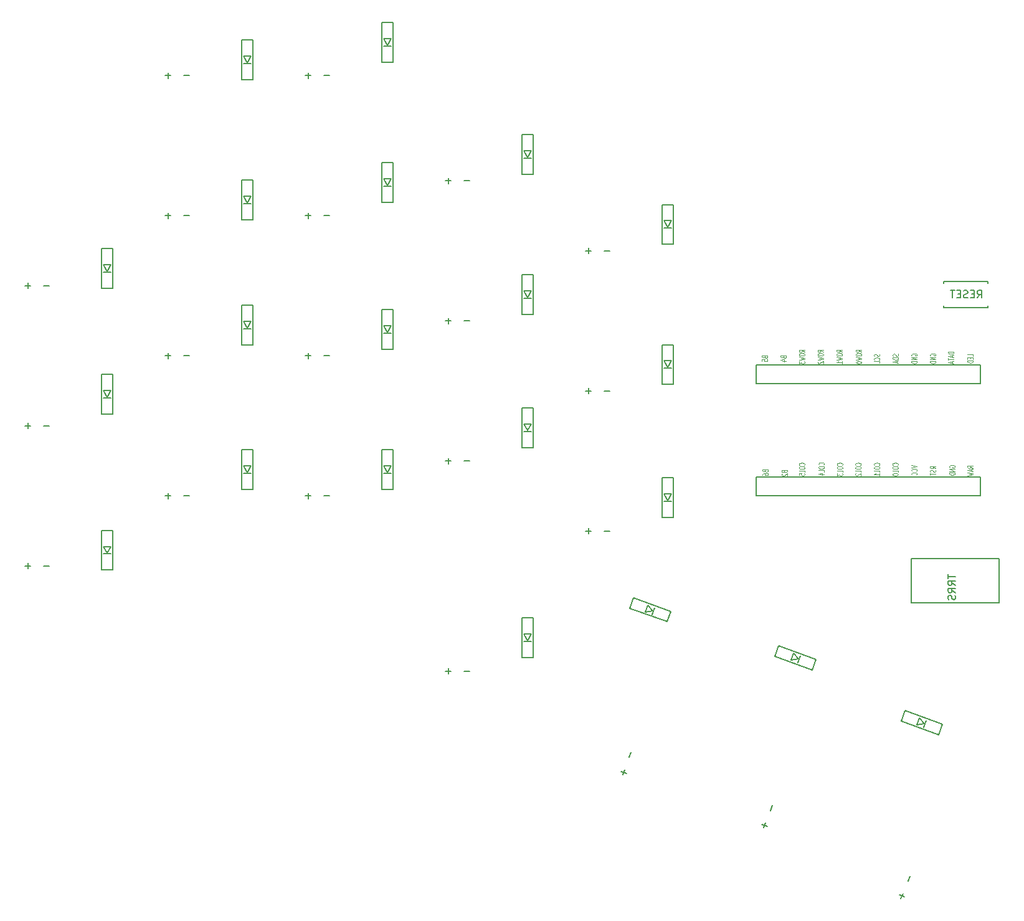
<source format=gbo>
G04 #@! TF.GenerationSoftware,KiCad,Pcbnew,(5.1.5)-2*
G04 #@! TF.CreationDate,2020-11-21T23:22:43+09:00*
G04 #@! TF.ProjectId,42Key,34324b65-792e-46b6-9963-61645f706362,rev?*
G04 #@! TF.SameCoordinates,Original*
G04 #@! TF.FileFunction,Legend,Bot*
G04 #@! TF.FilePolarity,Positive*
%FSLAX46Y46*%
G04 Gerber Fmt 4.6, Leading zero omitted, Abs format (unit mm)*
G04 Created by KiCad (PCBNEW (5.1.5)-2) date 2020-11-21 23:22:43*
%MOMM*%
%LPD*%
G04 APERTURE LIST*
%ADD10C,0.150000*%
%ADD11C,0.125000*%
G04 APERTURE END LIST*
D10*
X37075000Y-56590000D02*
X36575000Y-55690000D01*
X36575000Y-55690000D02*
X37575000Y-55690000D01*
X37575000Y-55690000D02*
X37075000Y-56590000D01*
X36575000Y-56690000D02*
X37575000Y-56690000D01*
X36325000Y-53490000D02*
X36325000Y-58890000D01*
X36325000Y-58890000D02*
X37825000Y-58890000D01*
X37825000Y-58890000D02*
X37825000Y-53490000D01*
X37825000Y-53490000D02*
X36325000Y-53490000D01*
X37100000Y-73680000D02*
X36600000Y-72780000D01*
X36600000Y-72780000D02*
X37600000Y-72780000D01*
X37600000Y-72780000D02*
X37100000Y-73680000D01*
X36600000Y-73780000D02*
X37600000Y-73780000D01*
X36350000Y-70580000D02*
X36350000Y-75980000D01*
X36350000Y-75980000D02*
X37850000Y-75980000D01*
X37850000Y-75980000D02*
X37850000Y-70580000D01*
X37850000Y-70580000D02*
X36350000Y-70580000D01*
X37075000Y-94908750D02*
X36575000Y-94008750D01*
X36575000Y-94008750D02*
X37575000Y-94008750D01*
X37575000Y-94008750D02*
X37075000Y-94908750D01*
X36575000Y-95008750D02*
X37575000Y-95008750D01*
X36325000Y-91808750D02*
X36325000Y-97208750D01*
X36325000Y-97208750D02*
X37825000Y-97208750D01*
X37825000Y-97208750D02*
X37825000Y-91808750D01*
X37825000Y-91808750D02*
X36325000Y-91808750D01*
X56875000Y-25133750D02*
X55375000Y-25133750D01*
X56875000Y-30533750D02*
X56875000Y-25133750D01*
X55375000Y-30533750D02*
X56875000Y-30533750D01*
X55375000Y-25133750D02*
X55375000Y-30533750D01*
X55625000Y-28333750D02*
X56625000Y-28333750D01*
X56625000Y-27333750D02*
X56125000Y-28233750D01*
X55625000Y-27333750D02*
X56625000Y-27333750D01*
X56125000Y-28233750D02*
X55625000Y-27333750D01*
X56125000Y-47283750D02*
X55625000Y-46383750D01*
X55625000Y-46383750D02*
X56625000Y-46383750D01*
X56625000Y-46383750D02*
X56125000Y-47283750D01*
X55625000Y-47383750D02*
X56625000Y-47383750D01*
X55375000Y-44183750D02*
X55375000Y-49583750D01*
X55375000Y-49583750D02*
X56875000Y-49583750D01*
X56875000Y-49583750D02*
X56875000Y-44183750D01*
X56875000Y-44183750D02*
X55375000Y-44183750D01*
X56875000Y-61198750D02*
X55375000Y-61198750D01*
X56875000Y-66598750D02*
X56875000Y-61198750D01*
X55375000Y-66598750D02*
X56875000Y-66598750D01*
X55375000Y-61198750D02*
X55375000Y-66598750D01*
X55625000Y-64398750D02*
X56625000Y-64398750D01*
X56625000Y-63398750D02*
X56125000Y-64298750D01*
X55625000Y-63398750D02*
X56625000Y-63398750D01*
X56125000Y-64298750D02*
X55625000Y-63398750D01*
X56875000Y-80855000D02*
X55375000Y-80855000D01*
X56875000Y-86255000D02*
X56875000Y-80855000D01*
X55375000Y-86255000D02*
X56875000Y-86255000D01*
X55375000Y-80855000D02*
X55375000Y-86255000D01*
X55625000Y-84055000D02*
X56625000Y-84055000D01*
X56625000Y-83055000D02*
X56125000Y-83955000D01*
X55625000Y-83055000D02*
X56625000Y-83055000D01*
X56125000Y-83955000D02*
X55625000Y-83055000D01*
X75175000Y-25852500D02*
X74675000Y-24952500D01*
X74675000Y-24952500D02*
X75675000Y-24952500D01*
X75675000Y-24952500D02*
X75175000Y-25852500D01*
X74675000Y-25952500D02*
X75675000Y-25952500D01*
X74425000Y-22752500D02*
X74425000Y-28152500D01*
X74425000Y-28152500D02*
X75925000Y-28152500D01*
X75925000Y-28152500D02*
X75925000Y-22752500D01*
X75925000Y-22752500D02*
X74425000Y-22752500D01*
X75175000Y-44902500D02*
X74675000Y-44002500D01*
X74675000Y-44002500D02*
X75675000Y-44002500D01*
X75675000Y-44002500D02*
X75175000Y-44902500D01*
X74675000Y-45002500D02*
X75675000Y-45002500D01*
X74425000Y-41802500D02*
X74425000Y-47202500D01*
X74425000Y-47202500D02*
X75925000Y-47202500D01*
X75925000Y-47202500D02*
X75925000Y-41802500D01*
X75925000Y-41802500D02*
X74425000Y-41802500D01*
X75175000Y-64905000D02*
X74675000Y-64005000D01*
X74675000Y-64005000D02*
X75675000Y-64005000D01*
X75675000Y-64005000D02*
X75175000Y-64905000D01*
X74675000Y-65005000D02*
X75675000Y-65005000D01*
X74425000Y-61805000D02*
X74425000Y-67205000D01*
X74425000Y-67205000D02*
X75925000Y-67205000D01*
X75925000Y-67205000D02*
X75925000Y-61805000D01*
X75925000Y-61805000D02*
X74425000Y-61805000D01*
X75175000Y-83955000D02*
X74675000Y-83055000D01*
X74675000Y-83055000D02*
X75675000Y-83055000D01*
X75675000Y-83055000D02*
X75175000Y-83955000D01*
X74675000Y-84055000D02*
X75675000Y-84055000D01*
X74425000Y-80855000D02*
X74425000Y-86255000D01*
X74425000Y-86255000D02*
X75925000Y-86255000D01*
X75925000Y-86255000D02*
X75925000Y-80855000D01*
X75925000Y-80855000D02*
X74425000Y-80855000D01*
X94975000Y-37992500D02*
X93475000Y-37992500D01*
X94975000Y-43392500D02*
X94975000Y-37992500D01*
X93475000Y-43392500D02*
X94975000Y-43392500D01*
X93475000Y-37992500D02*
X93475000Y-43392500D01*
X93725000Y-41192500D02*
X94725000Y-41192500D01*
X94725000Y-40192500D02*
X94225000Y-41092500D01*
X93725000Y-40192500D02*
X94725000Y-40192500D01*
X94225000Y-41092500D02*
X93725000Y-40192500D01*
X94975000Y-57042500D02*
X93475000Y-57042500D01*
X94975000Y-62442500D02*
X94975000Y-57042500D01*
X93475000Y-62442500D02*
X94975000Y-62442500D01*
X93475000Y-57042500D02*
X93475000Y-62442500D01*
X93725000Y-60242500D02*
X94725000Y-60242500D01*
X94725000Y-59242500D02*
X94225000Y-60142500D01*
X93725000Y-59242500D02*
X94725000Y-59242500D01*
X94225000Y-60142500D02*
X93725000Y-59242500D01*
X94975000Y-75140000D02*
X93475000Y-75140000D01*
X94975000Y-80540000D02*
X94975000Y-75140000D01*
X93475000Y-80540000D02*
X94975000Y-80540000D01*
X93475000Y-75140000D02*
X93475000Y-80540000D01*
X93725000Y-78340000D02*
X94725000Y-78340000D01*
X94725000Y-77340000D02*
X94225000Y-78240000D01*
X93725000Y-77340000D02*
X94725000Y-77340000D01*
X94225000Y-78240000D02*
X93725000Y-77340000D01*
X113275000Y-50617500D02*
X112775000Y-49717500D01*
X112775000Y-49717500D02*
X113775000Y-49717500D01*
X113775000Y-49717500D02*
X113275000Y-50617500D01*
X112775000Y-50717500D02*
X113775000Y-50717500D01*
X112525000Y-47517500D02*
X112525000Y-52917500D01*
X112525000Y-52917500D02*
X114025000Y-52917500D01*
X114025000Y-52917500D02*
X114025000Y-47517500D01*
X114025000Y-47517500D02*
X112525000Y-47517500D01*
X113275000Y-69667500D02*
X112775000Y-68767500D01*
X112775000Y-68767500D02*
X113775000Y-68767500D01*
X113775000Y-68767500D02*
X113275000Y-69667500D01*
X112775000Y-69767500D02*
X113775000Y-69767500D01*
X112525000Y-66567500D02*
X112525000Y-71967500D01*
X112525000Y-71967500D02*
X114025000Y-71967500D01*
X114025000Y-71967500D02*
X114025000Y-66567500D01*
X114025000Y-66567500D02*
X112525000Y-66567500D01*
X113275000Y-87765000D02*
X112775000Y-86865000D01*
X112775000Y-86865000D02*
X113775000Y-86865000D01*
X113775000Y-86865000D02*
X113275000Y-87765000D01*
X112775000Y-87865000D02*
X113775000Y-87865000D01*
X112525000Y-84665000D02*
X112525000Y-90065000D01*
X112525000Y-90065000D02*
X114025000Y-90065000D01*
X114025000Y-90065000D02*
X114025000Y-84665000D01*
X114025000Y-84665000D02*
X112525000Y-84665000D01*
X94975000Y-103715000D02*
X93475000Y-103715000D01*
X94975000Y-109115000D02*
X94975000Y-103715000D01*
X93475000Y-109115000D02*
X94975000Y-109115000D01*
X93475000Y-103715000D02*
X93475000Y-109115000D01*
X93725000Y-106915000D02*
X94725000Y-106915000D01*
X94725000Y-105915000D02*
X94225000Y-106815000D01*
X93725000Y-105915000D02*
X94725000Y-105915000D01*
X94225000Y-106815000D02*
X93725000Y-105915000D01*
X108613095Y-100976776D02*
X108100065Y-102386315D01*
X113687435Y-102823685D02*
X108613095Y-100976776D01*
X113174405Y-104233224D02*
X113687435Y-102823685D01*
X108100065Y-102386315D02*
X113174405Y-104233224D01*
X111192586Y-103245856D02*
X111534606Y-102306164D01*
X110594914Y-101964144D02*
X111269627Y-102741808D01*
X110252894Y-102903836D02*
X110594914Y-101964144D01*
X111269627Y-102741808D02*
X110252894Y-102903836D01*
X128376391Y-107513440D02*
X127863361Y-108922979D01*
X133450731Y-109360349D02*
X128376391Y-107513440D01*
X132937701Y-110769888D02*
X133450731Y-109360349D01*
X127863361Y-108922979D02*
X132937701Y-110769888D01*
X130955882Y-109782520D02*
X131297902Y-108842828D01*
X130358210Y-108500808D02*
X131032923Y-109278472D01*
X130016190Y-109440500D02*
X130358210Y-108500808D01*
X131032923Y-109278472D02*
X130016190Y-109440500D01*
X145514116Y-116342429D02*
X145001086Y-117751968D01*
X150588456Y-118189338D02*
X145514116Y-116342429D01*
X150075426Y-119598877D02*
X150588456Y-118189338D01*
X145001086Y-117751968D02*
X150075426Y-119598877D01*
X148093607Y-118611509D02*
X148435627Y-117671817D01*
X147495935Y-117329797D02*
X148170648Y-118107461D01*
X147153915Y-118269489D02*
X147495935Y-117329797D01*
X148170648Y-118107461D02*
X147153915Y-118269489D01*
X146350000Y-95640000D02*
X158350000Y-95640000D01*
X146350000Y-101640000D02*
X146350000Y-95640000D01*
X158350000Y-101640000D02*
X146350000Y-101640000D01*
X158350000Y-95640000D02*
X158350000Y-101640000D01*
X156756250Y-61242500D02*
X156756250Y-61492500D01*
X156756250Y-61492500D02*
X150756250Y-61492500D01*
X150756250Y-61492500D02*
X150756250Y-61242500D01*
X150756250Y-58242500D02*
X150756250Y-57992500D01*
X150756250Y-57992500D02*
X156756250Y-57992500D01*
X156756250Y-57992500D02*
X156756250Y-58242500D01*
X155778000Y-84570000D02*
X155778000Y-87110000D01*
X155778000Y-87110000D02*
X125298000Y-87110000D01*
X125298000Y-87110000D02*
X125298000Y-84570000D01*
X125298000Y-84570000D02*
X155778000Y-84570000D01*
X155778000Y-69330000D02*
X155778000Y-71870000D01*
X155778000Y-71870000D02*
X125298000Y-71870000D01*
X125298000Y-71870000D02*
X125298000Y-69330000D01*
X125298000Y-69330000D02*
X155778000Y-69330000D01*
X146209828Y-138807144D02*
X145924414Y-139513570D01*
X145258327Y-141162191D02*
X144972913Y-141868617D01*
X145468833Y-141658111D02*
X144762407Y-141372697D01*
X151388880Y-97802595D02*
X151388880Y-98374023D01*
X152388880Y-98088309D02*
X151388880Y-98088309D01*
X152388880Y-99278785D02*
X151912690Y-98945452D01*
X152388880Y-98707357D02*
X151388880Y-98707357D01*
X151388880Y-99088309D01*
X151436500Y-99183547D01*
X151484119Y-99231166D01*
X151579357Y-99278785D01*
X151722214Y-99278785D01*
X151817452Y-99231166D01*
X151865071Y-99183547D01*
X151912690Y-99088309D01*
X151912690Y-98707357D01*
X152388880Y-100278785D02*
X151912690Y-99945452D01*
X152388880Y-99707357D02*
X151388880Y-99707357D01*
X151388880Y-100088309D01*
X151436500Y-100183547D01*
X151484119Y-100231166D01*
X151579357Y-100278785D01*
X151722214Y-100278785D01*
X151817452Y-100231166D01*
X151865071Y-100183547D01*
X151912690Y-100088309D01*
X151912690Y-99707357D01*
X152341261Y-100659738D02*
X152388880Y-100802595D01*
X152388880Y-101040690D01*
X152341261Y-101135928D01*
X152293642Y-101183547D01*
X152198404Y-101231166D01*
X152103166Y-101231166D01*
X152007928Y-101183547D01*
X151960309Y-101135928D01*
X151912690Y-101040690D01*
X151865071Y-100850214D01*
X151817452Y-100754976D01*
X151769833Y-100707357D01*
X151674595Y-100659738D01*
X151579357Y-100659738D01*
X151484119Y-100707357D01*
X151436500Y-100754976D01*
X151388880Y-100850214D01*
X151388880Y-101088309D01*
X151436500Y-101231166D01*
X155335630Y-60194880D02*
X155668964Y-59718690D01*
X155907059Y-60194880D02*
X155907059Y-59194880D01*
X155526107Y-59194880D01*
X155430869Y-59242500D01*
X155383250Y-59290119D01*
X155335630Y-59385357D01*
X155335630Y-59528214D01*
X155383250Y-59623452D01*
X155430869Y-59671071D01*
X155526107Y-59718690D01*
X155907059Y-59718690D01*
X154907059Y-59671071D02*
X154573726Y-59671071D01*
X154430869Y-60194880D02*
X154907059Y-60194880D01*
X154907059Y-59194880D01*
X154430869Y-59194880D01*
X154049916Y-60147261D02*
X153907059Y-60194880D01*
X153668964Y-60194880D01*
X153573726Y-60147261D01*
X153526107Y-60099642D01*
X153478488Y-60004404D01*
X153478488Y-59909166D01*
X153526107Y-59813928D01*
X153573726Y-59766309D01*
X153668964Y-59718690D01*
X153859440Y-59671071D01*
X153954678Y-59623452D01*
X154002297Y-59575833D01*
X154049916Y-59480595D01*
X154049916Y-59385357D01*
X154002297Y-59290119D01*
X153954678Y-59242500D01*
X153859440Y-59194880D01*
X153621345Y-59194880D01*
X153478488Y-59242500D01*
X153049916Y-59671071D02*
X152716583Y-59671071D01*
X152573726Y-60194880D02*
X153049916Y-60194880D01*
X153049916Y-59194880D01*
X152573726Y-59194880D01*
X152288011Y-59194880D02*
X151716583Y-59194880D01*
X152002297Y-60194880D02*
X152002297Y-59194880D01*
X29190952Y-58551428D02*
X28429047Y-58551428D01*
X26660952Y-58551428D02*
X25899047Y-58551428D01*
X26280000Y-58932380D02*
X26280000Y-58170476D01*
X29190952Y-77601428D02*
X28429047Y-77601428D01*
X26660952Y-77601428D02*
X25899047Y-77601428D01*
X26280000Y-77982380D02*
X26280000Y-77220476D01*
X29190952Y-96651428D02*
X28429047Y-96651428D01*
X26660952Y-96651428D02*
X25899047Y-96651428D01*
X26280000Y-97032380D02*
X26280000Y-96270476D01*
X45710952Y-29976428D02*
X44949047Y-29976428D01*
X45330000Y-30357380D02*
X45330000Y-29595476D01*
X48240952Y-29976428D02*
X47479047Y-29976428D01*
X45710952Y-49026428D02*
X44949047Y-49026428D01*
X45330000Y-49407380D02*
X45330000Y-48645476D01*
X48240952Y-49026428D02*
X47479047Y-49026428D01*
X48240952Y-68076428D02*
X47479047Y-68076428D01*
X45710952Y-68076428D02*
X44949047Y-68076428D01*
X45330000Y-68457380D02*
X45330000Y-67695476D01*
X48240952Y-87126428D02*
X47479047Y-87126428D01*
X45710952Y-87126428D02*
X44949047Y-87126428D01*
X45330000Y-87507380D02*
X45330000Y-86745476D01*
X64760952Y-29976428D02*
X63999047Y-29976428D01*
X64380000Y-30357380D02*
X64380000Y-29595476D01*
X67290952Y-29976428D02*
X66529047Y-29976428D01*
X64760952Y-49026428D02*
X63999047Y-49026428D01*
X64380000Y-49407380D02*
X64380000Y-48645476D01*
X67290952Y-49026428D02*
X66529047Y-49026428D01*
X67290952Y-68076428D02*
X66529047Y-68076428D01*
X64760952Y-68076428D02*
X63999047Y-68076428D01*
X64380000Y-68457380D02*
X64380000Y-67695476D01*
X67290952Y-87126428D02*
X66529047Y-87126428D01*
X64760952Y-87126428D02*
X63999047Y-87126428D01*
X64380000Y-87507380D02*
X64380000Y-86745476D01*
X83810952Y-44263928D02*
X83049047Y-44263928D01*
X83430000Y-44644880D02*
X83430000Y-43882976D01*
X86340952Y-44263928D02*
X85579047Y-44263928D01*
X83810952Y-63313928D02*
X83049047Y-63313928D01*
X83430000Y-63694880D02*
X83430000Y-62932976D01*
X86340952Y-63313928D02*
X85579047Y-63313928D01*
X86340952Y-82363928D02*
X85579047Y-82363928D01*
X83810952Y-82363928D02*
X83049047Y-82363928D01*
X83430000Y-82744880D02*
X83430000Y-81982976D01*
X102860952Y-53788928D02*
X102099047Y-53788928D01*
X102480000Y-54169880D02*
X102480000Y-53407976D01*
X105390952Y-53788928D02*
X104629047Y-53788928D01*
X105390952Y-72838928D02*
X104629047Y-72838928D01*
X102860952Y-72838928D02*
X102099047Y-72838928D01*
X102480000Y-73219880D02*
X102480000Y-72457976D01*
X102860952Y-91888928D02*
X102099047Y-91888928D01*
X102480000Y-92269880D02*
X102480000Y-91507976D01*
X105390952Y-91888928D02*
X104629047Y-91888928D01*
X83810952Y-110938928D02*
X83049047Y-110938928D01*
X83430000Y-111319880D02*
X83430000Y-110557976D01*
X86340952Y-110938928D02*
X85579047Y-110938928D01*
X107421973Y-124346931D02*
X107161386Y-125062888D01*
X107649658Y-124835203D02*
X106933701Y-124574616D01*
X108290704Y-121960112D02*
X108030117Y-122676069D01*
X126578327Y-131552191D02*
X126292913Y-132258617D01*
X126788833Y-132048111D02*
X126082407Y-131762697D01*
X127529828Y-129197144D02*
X127244414Y-129903570D01*
D11*
X154783785Y-83335761D02*
X154426642Y-83169095D01*
X154783785Y-83050047D02*
X154033785Y-83050047D01*
X154033785Y-83240523D01*
X154069500Y-83288142D01*
X154105214Y-83311952D01*
X154176642Y-83335761D01*
X154283785Y-83335761D01*
X154355214Y-83311952D01*
X154390928Y-83288142D01*
X154426642Y-83240523D01*
X154426642Y-83050047D01*
X154569500Y-83526238D02*
X154569500Y-83764333D01*
X154783785Y-83478619D02*
X154033785Y-83645285D01*
X154783785Y-83811952D01*
X154033785Y-83931000D02*
X154783785Y-84050047D01*
X154248071Y-84145285D01*
X154783785Y-84240523D01*
X154033785Y-84359571D01*
X154783785Y-68119571D02*
X154783785Y-67881476D01*
X154033785Y-67881476D01*
X154390928Y-68286238D02*
X154390928Y-68452904D01*
X154783785Y-68524333D02*
X154783785Y-68286238D01*
X154033785Y-68286238D01*
X154033785Y-68524333D01*
X154783785Y-68738619D02*
X154033785Y-68738619D01*
X154033785Y-68857666D01*
X154069500Y-68929095D01*
X154140928Y-68976714D01*
X154212357Y-69000523D01*
X154355214Y-69024333D01*
X154462357Y-69024333D01*
X154605214Y-69000523D01*
X154676642Y-68976714D01*
X154748071Y-68929095D01*
X154783785Y-68857666D01*
X154783785Y-68738619D01*
X151593000Y-83236547D02*
X151557285Y-83188928D01*
X151557285Y-83117500D01*
X151593000Y-83046071D01*
X151664428Y-82998452D01*
X151735857Y-82974642D01*
X151878714Y-82950833D01*
X151985857Y-82950833D01*
X152128714Y-82974642D01*
X152200142Y-82998452D01*
X152271571Y-83046071D01*
X152307285Y-83117500D01*
X152307285Y-83165119D01*
X152271571Y-83236547D01*
X152235857Y-83260357D01*
X151985857Y-83260357D01*
X151985857Y-83165119D01*
X152307285Y-83474642D02*
X151557285Y-83474642D01*
X152307285Y-83760357D01*
X151557285Y-83760357D01*
X152307285Y-83998452D02*
X151557285Y-83998452D01*
X151557285Y-84117500D01*
X151593000Y-84188928D01*
X151664428Y-84236547D01*
X151735857Y-84260357D01*
X151878714Y-84284166D01*
X151985857Y-84284166D01*
X152128714Y-84260357D01*
X152200142Y-84236547D01*
X152271571Y-84188928D01*
X152307285Y-84117500D01*
X152307285Y-83998452D01*
X152139285Y-67540000D02*
X151389285Y-67540000D01*
X151389285Y-67659047D01*
X151425000Y-67730476D01*
X151496428Y-67778095D01*
X151567857Y-67801904D01*
X151710714Y-67825714D01*
X151817857Y-67825714D01*
X151960714Y-67801904D01*
X152032142Y-67778095D01*
X152103571Y-67730476D01*
X152139285Y-67659047D01*
X152139285Y-67540000D01*
X151925000Y-68016190D02*
X151925000Y-68254285D01*
X152139285Y-67968571D02*
X151389285Y-68135238D01*
X152139285Y-68301904D01*
X151389285Y-68397142D02*
X151389285Y-68682857D01*
X152139285Y-68540000D02*
X151389285Y-68540000D01*
X151925000Y-68825714D02*
X151925000Y-69063809D01*
X152139285Y-68778095D02*
X151389285Y-68944761D01*
X152139285Y-69111428D01*
X149703785Y-83407190D02*
X149346642Y-83240523D01*
X149703785Y-83121476D02*
X148953785Y-83121476D01*
X148953785Y-83311952D01*
X148989500Y-83359571D01*
X149025214Y-83383380D01*
X149096642Y-83407190D01*
X149203785Y-83407190D01*
X149275214Y-83383380D01*
X149310928Y-83359571D01*
X149346642Y-83311952D01*
X149346642Y-83121476D01*
X149668071Y-83597666D02*
X149703785Y-83669095D01*
X149703785Y-83788142D01*
X149668071Y-83835761D01*
X149632357Y-83859571D01*
X149560928Y-83883380D01*
X149489500Y-83883380D01*
X149418071Y-83859571D01*
X149382357Y-83835761D01*
X149346642Y-83788142D01*
X149310928Y-83692904D01*
X149275214Y-83645285D01*
X149239500Y-83621476D01*
X149168071Y-83597666D01*
X149096642Y-83597666D01*
X149025214Y-83621476D01*
X148989500Y-83645285D01*
X148953785Y-83692904D01*
X148953785Y-83811952D01*
X148989500Y-83883380D01*
X148953785Y-84026238D02*
X148953785Y-84311952D01*
X149703785Y-84169095D02*
X148953785Y-84169095D01*
X148989500Y-68060047D02*
X148953785Y-68012428D01*
X148953785Y-67941000D01*
X148989500Y-67869571D01*
X149060928Y-67821952D01*
X149132357Y-67798142D01*
X149275214Y-67774333D01*
X149382357Y-67774333D01*
X149525214Y-67798142D01*
X149596642Y-67821952D01*
X149668071Y-67869571D01*
X149703785Y-67941000D01*
X149703785Y-67988619D01*
X149668071Y-68060047D01*
X149632357Y-68083857D01*
X149382357Y-68083857D01*
X149382357Y-67988619D01*
X149703785Y-68298142D02*
X148953785Y-68298142D01*
X149703785Y-68583857D01*
X148953785Y-68583857D01*
X149703785Y-68821952D02*
X148953785Y-68821952D01*
X148953785Y-68941000D01*
X148989500Y-69012428D01*
X149060928Y-69060047D01*
X149132357Y-69083857D01*
X149275214Y-69107666D01*
X149382357Y-69107666D01*
X149525214Y-69083857D01*
X149596642Y-69060047D01*
X149668071Y-69012428D01*
X149703785Y-68941000D01*
X149703785Y-68821952D01*
X146413785Y-82950833D02*
X147163785Y-83117500D01*
X146413785Y-83284166D01*
X147092357Y-83736547D02*
X147128071Y-83712738D01*
X147163785Y-83641309D01*
X147163785Y-83593690D01*
X147128071Y-83522261D01*
X147056642Y-83474642D01*
X146985214Y-83450833D01*
X146842357Y-83427023D01*
X146735214Y-83427023D01*
X146592357Y-83450833D01*
X146520928Y-83474642D01*
X146449500Y-83522261D01*
X146413785Y-83593690D01*
X146413785Y-83641309D01*
X146449500Y-83712738D01*
X146485214Y-83736547D01*
X147092357Y-84236547D02*
X147128071Y-84212738D01*
X147163785Y-84141309D01*
X147163785Y-84093690D01*
X147128071Y-84022261D01*
X147056642Y-83974642D01*
X146985214Y-83950833D01*
X146842357Y-83927023D01*
X146735214Y-83927023D01*
X146592357Y-83950833D01*
X146520928Y-83974642D01*
X146449500Y-84022261D01*
X146413785Y-84093690D01*
X146413785Y-84141309D01*
X146449500Y-84212738D01*
X146485214Y-84236547D01*
X146449500Y-68060047D02*
X146413785Y-68012428D01*
X146413785Y-67941000D01*
X146449500Y-67869571D01*
X146520928Y-67821952D01*
X146592357Y-67798142D01*
X146735214Y-67774333D01*
X146842357Y-67774333D01*
X146985214Y-67798142D01*
X147056642Y-67821952D01*
X147128071Y-67869571D01*
X147163785Y-67941000D01*
X147163785Y-67988619D01*
X147128071Y-68060047D01*
X147092357Y-68083857D01*
X146842357Y-68083857D01*
X146842357Y-67988619D01*
X147163785Y-68298142D02*
X146413785Y-68298142D01*
X147163785Y-68583857D01*
X146413785Y-68583857D01*
X147163785Y-68821952D02*
X146413785Y-68821952D01*
X146413785Y-68941000D01*
X146449500Y-69012428D01*
X146520928Y-69060047D01*
X146592357Y-69083857D01*
X146735214Y-69107666D01*
X146842357Y-69107666D01*
X146985214Y-69083857D01*
X147056642Y-69060047D01*
X147128071Y-69012428D01*
X147163785Y-68941000D01*
X147163785Y-68821952D01*
X136967857Y-82942380D02*
X137003571Y-82918571D01*
X137039285Y-82847142D01*
X137039285Y-82799523D01*
X137003571Y-82728095D01*
X136932142Y-82680476D01*
X136860714Y-82656666D01*
X136717857Y-82632857D01*
X136610714Y-82632857D01*
X136467857Y-82656666D01*
X136396428Y-82680476D01*
X136325000Y-82728095D01*
X136289285Y-82799523D01*
X136289285Y-82847142D01*
X136325000Y-82918571D01*
X136360714Y-82942380D01*
X136289285Y-83251904D02*
X136289285Y-83347142D01*
X136325000Y-83394761D01*
X136396428Y-83442380D01*
X136539285Y-83466190D01*
X136789285Y-83466190D01*
X136932142Y-83442380D01*
X137003571Y-83394761D01*
X137039285Y-83347142D01*
X137039285Y-83251904D01*
X137003571Y-83204285D01*
X136932142Y-83156666D01*
X136789285Y-83132857D01*
X136539285Y-83132857D01*
X136396428Y-83156666D01*
X136325000Y-83204285D01*
X136289285Y-83251904D01*
X137039285Y-83918571D02*
X137039285Y-83680476D01*
X136289285Y-83680476D01*
X136289285Y-84037619D02*
X136289285Y-84347142D01*
X136575000Y-84180476D01*
X136575000Y-84251904D01*
X136610714Y-84299523D01*
X136646428Y-84323333D01*
X136717857Y-84347142D01*
X136896428Y-84347142D01*
X136967857Y-84323333D01*
X137003571Y-84299523D01*
X137039285Y-84251904D01*
X137039285Y-84109047D01*
X137003571Y-84061428D01*
X136967857Y-84037619D01*
X139607285Y-67559047D02*
X139250142Y-67392380D01*
X139607285Y-67273333D02*
X138857285Y-67273333D01*
X138857285Y-67463809D01*
X138893000Y-67511428D01*
X138928714Y-67535238D01*
X139000142Y-67559047D01*
X139107285Y-67559047D01*
X139178714Y-67535238D01*
X139214428Y-67511428D01*
X139250142Y-67463809D01*
X139250142Y-67273333D01*
X138857285Y-67868571D02*
X138857285Y-67963809D01*
X138893000Y-68011428D01*
X138964428Y-68059047D01*
X139107285Y-68082857D01*
X139357285Y-68082857D01*
X139500142Y-68059047D01*
X139571571Y-68011428D01*
X139607285Y-67963809D01*
X139607285Y-67868571D01*
X139571571Y-67820952D01*
X139500142Y-67773333D01*
X139357285Y-67749523D01*
X139107285Y-67749523D01*
X138964428Y-67773333D01*
X138893000Y-67820952D01*
X138857285Y-67868571D01*
X138857285Y-68249523D02*
X139607285Y-68368571D01*
X139071571Y-68463809D01*
X139607285Y-68559047D01*
X138857285Y-68678095D01*
X138857285Y-68963809D02*
X138857285Y-69011428D01*
X138893000Y-69059047D01*
X138928714Y-69082857D01*
X139000142Y-69106666D01*
X139143000Y-69130476D01*
X139321571Y-69130476D01*
X139464428Y-69106666D01*
X139535857Y-69082857D01*
X139571571Y-69059047D01*
X139607285Y-69011428D01*
X139607285Y-68963809D01*
X139571571Y-68916190D01*
X139535857Y-68892380D01*
X139464428Y-68868571D01*
X139321571Y-68844761D01*
X139143000Y-68844761D01*
X139000142Y-68868571D01*
X138928714Y-68892380D01*
X138893000Y-68916190D01*
X138857285Y-68963809D01*
X139467857Y-82942380D02*
X139503571Y-82918571D01*
X139539285Y-82847142D01*
X139539285Y-82799523D01*
X139503571Y-82728095D01*
X139432142Y-82680476D01*
X139360714Y-82656666D01*
X139217857Y-82632857D01*
X139110714Y-82632857D01*
X138967857Y-82656666D01*
X138896428Y-82680476D01*
X138825000Y-82728095D01*
X138789285Y-82799523D01*
X138789285Y-82847142D01*
X138825000Y-82918571D01*
X138860714Y-82942380D01*
X138789285Y-83251904D02*
X138789285Y-83347142D01*
X138825000Y-83394761D01*
X138896428Y-83442380D01*
X139039285Y-83466190D01*
X139289285Y-83466190D01*
X139432142Y-83442380D01*
X139503571Y-83394761D01*
X139539285Y-83347142D01*
X139539285Y-83251904D01*
X139503571Y-83204285D01*
X139432142Y-83156666D01*
X139289285Y-83132857D01*
X139039285Y-83132857D01*
X138896428Y-83156666D01*
X138825000Y-83204285D01*
X138789285Y-83251904D01*
X139539285Y-83918571D02*
X139539285Y-83680476D01*
X138789285Y-83680476D01*
X138860714Y-84061428D02*
X138825000Y-84085238D01*
X138789285Y-84132857D01*
X138789285Y-84251904D01*
X138825000Y-84299523D01*
X138860714Y-84323333D01*
X138932142Y-84347142D01*
X139003571Y-84347142D01*
X139110714Y-84323333D01*
X139539285Y-84037619D01*
X139539285Y-84347142D01*
X142048071Y-67845761D02*
X142083785Y-67917190D01*
X142083785Y-68036238D01*
X142048071Y-68083857D01*
X142012357Y-68107666D01*
X141940928Y-68131476D01*
X141869500Y-68131476D01*
X141798071Y-68107666D01*
X141762357Y-68083857D01*
X141726642Y-68036238D01*
X141690928Y-67941000D01*
X141655214Y-67893380D01*
X141619500Y-67869571D01*
X141548071Y-67845761D01*
X141476642Y-67845761D01*
X141405214Y-67869571D01*
X141369500Y-67893380D01*
X141333785Y-67941000D01*
X141333785Y-68060047D01*
X141369500Y-68131476D01*
X142012357Y-68631476D02*
X142048071Y-68607666D01*
X142083785Y-68536238D01*
X142083785Y-68488619D01*
X142048071Y-68417190D01*
X141976642Y-68369571D01*
X141905214Y-68345761D01*
X141762357Y-68321952D01*
X141655214Y-68321952D01*
X141512357Y-68345761D01*
X141440928Y-68369571D01*
X141369500Y-68417190D01*
X141333785Y-68488619D01*
X141333785Y-68536238D01*
X141369500Y-68607666D01*
X141405214Y-68631476D01*
X142083785Y-69083857D02*
X142083785Y-68845761D01*
X141333785Y-68845761D01*
X142012357Y-82942380D02*
X142048071Y-82918571D01*
X142083785Y-82847142D01*
X142083785Y-82799523D01*
X142048071Y-82728095D01*
X141976642Y-82680476D01*
X141905214Y-82656666D01*
X141762357Y-82632857D01*
X141655214Y-82632857D01*
X141512357Y-82656666D01*
X141440928Y-82680476D01*
X141369500Y-82728095D01*
X141333785Y-82799523D01*
X141333785Y-82847142D01*
X141369500Y-82918571D01*
X141405214Y-82942380D01*
X141333785Y-83251904D02*
X141333785Y-83347142D01*
X141369500Y-83394761D01*
X141440928Y-83442380D01*
X141583785Y-83466190D01*
X141833785Y-83466190D01*
X141976642Y-83442380D01*
X142048071Y-83394761D01*
X142083785Y-83347142D01*
X142083785Y-83251904D01*
X142048071Y-83204285D01*
X141976642Y-83156666D01*
X141833785Y-83132857D01*
X141583785Y-83132857D01*
X141440928Y-83156666D01*
X141369500Y-83204285D01*
X141333785Y-83251904D01*
X142083785Y-83918571D02*
X142083785Y-83680476D01*
X141333785Y-83680476D01*
X142083785Y-84347142D02*
X142083785Y-84061428D01*
X142083785Y-84204285D02*
X141333785Y-84204285D01*
X141440928Y-84156666D01*
X141512357Y-84109047D01*
X141548071Y-84061428D01*
X144588071Y-67833857D02*
X144623785Y-67905285D01*
X144623785Y-68024333D01*
X144588071Y-68071952D01*
X144552357Y-68095761D01*
X144480928Y-68119571D01*
X144409500Y-68119571D01*
X144338071Y-68095761D01*
X144302357Y-68071952D01*
X144266642Y-68024333D01*
X144230928Y-67929095D01*
X144195214Y-67881476D01*
X144159500Y-67857666D01*
X144088071Y-67833857D01*
X144016642Y-67833857D01*
X143945214Y-67857666D01*
X143909500Y-67881476D01*
X143873785Y-67929095D01*
X143873785Y-68048142D01*
X143909500Y-68119571D01*
X144623785Y-68333857D02*
X143873785Y-68333857D01*
X143873785Y-68452904D01*
X143909500Y-68524333D01*
X143980928Y-68571952D01*
X144052357Y-68595761D01*
X144195214Y-68619571D01*
X144302357Y-68619571D01*
X144445214Y-68595761D01*
X144516642Y-68571952D01*
X144588071Y-68524333D01*
X144623785Y-68452904D01*
X144623785Y-68333857D01*
X144409500Y-68810047D02*
X144409500Y-69048142D01*
X144623785Y-68762428D02*
X143873785Y-68929095D01*
X144623785Y-69095761D01*
X144517857Y-82942380D02*
X144553571Y-82918571D01*
X144589285Y-82847142D01*
X144589285Y-82799523D01*
X144553571Y-82728095D01*
X144482142Y-82680476D01*
X144410714Y-82656666D01*
X144267857Y-82632857D01*
X144160714Y-82632857D01*
X144017857Y-82656666D01*
X143946428Y-82680476D01*
X143875000Y-82728095D01*
X143839285Y-82799523D01*
X143839285Y-82847142D01*
X143875000Y-82918571D01*
X143910714Y-82942380D01*
X143839285Y-83251904D02*
X143839285Y-83347142D01*
X143875000Y-83394761D01*
X143946428Y-83442380D01*
X144089285Y-83466190D01*
X144339285Y-83466190D01*
X144482142Y-83442380D01*
X144553571Y-83394761D01*
X144589285Y-83347142D01*
X144589285Y-83251904D01*
X144553571Y-83204285D01*
X144482142Y-83156666D01*
X144339285Y-83132857D01*
X144089285Y-83132857D01*
X143946428Y-83156666D01*
X143875000Y-83204285D01*
X143839285Y-83251904D01*
X144589285Y-83918571D02*
X144589285Y-83680476D01*
X143839285Y-83680476D01*
X143839285Y-84180476D02*
X143839285Y-84228095D01*
X143875000Y-84275714D01*
X143910714Y-84299523D01*
X143982142Y-84323333D01*
X144125000Y-84347142D01*
X144303571Y-84347142D01*
X144446428Y-84323333D01*
X144517857Y-84299523D01*
X144553571Y-84275714D01*
X144589285Y-84228095D01*
X144589285Y-84180476D01*
X144553571Y-84132857D01*
X144517857Y-84109047D01*
X144446428Y-84085238D01*
X144303571Y-84061428D01*
X144125000Y-84061428D01*
X143982142Y-84085238D01*
X143910714Y-84109047D01*
X143875000Y-84132857D01*
X143839285Y-84180476D01*
X126514428Y-83732619D02*
X126550142Y-83804047D01*
X126585857Y-83827857D01*
X126657285Y-83851666D01*
X126764428Y-83851666D01*
X126835857Y-83827857D01*
X126871571Y-83804047D01*
X126907285Y-83756428D01*
X126907285Y-83565952D01*
X126157285Y-83565952D01*
X126157285Y-83732619D01*
X126193000Y-83780238D01*
X126228714Y-83804047D01*
X126300142Y-83827857D01*
X126371571Y-83827857D01*
X126443000Y-83804047D01*
X126478714Y-83780238D01*
X126514428Y-83732619D01*
X126514428Y-83565952D01*
X126157285Y-84280238D02*
X126157285Y-84185000D01*
X126193000Y-84137380D01*
X126228714Y-84113571D01*
X126335857Y-84065952D01*
X126478714Y-84042142D01*
X126764428Y-84042142D01*
X126835857Y-84065952D01*
X126871571Y-84089761D01*
X126907285Y-84137380D01*
X126907285Y-84232619D01*
X126871571Y-84280238D01*
X126835857Y-84304047D01*
X126764428Y-84327857D01*
X126585857Y-84327857D01*
X126514428Y-84304047D01*
X126478714Y-84280238D01*
X126443000Y-84232619D01*
X126443000Y-84137380D01*
X126478714Y-84089761D01*
X126514428Y-84065952D01*
X126585857Y-84042142D01*
X126450928Y-68238619D02*
X126486642Y-68310047D01*
X126522357Y-68333857D01*
X126593785Y-68357666D01*
X126700928Y-68357666D01*
X126772357Y-68333857D01*
X126808071Y-68310047D01*
X126843785Y-68262428D01*
X126843785Y-68071952D01*
X126093785Y-68071952D01*
X126093785Y-68238619D01*
X126129500Y-68286238D01*
X126165214Y-68310047D01*
X126236642Y-68333857D01*
X126308071Y-68333857D01*
X126379500Y-68310047D01*
X126415214Y-68286238D01*
X126450928Y-68238619D01*
X126450928Y-68071952D01*
X126093785Y-68810047D02*
X126093785Y-68571952D01*
X126450928Y-68548142D01*
X126415214Y-68571952D01*
X126379500Y-68619571D01*
X126379500Y-68738619D01*
X126415214Y-68786238D01*
X126450928Y-68810047D01*
X126522357Y-68833857D01*
X126700928Y-68833857D01*
X126772357Y-68810047D01*
X126808071Y-68786238D01*
X126843785Y-68738619D01*
X126843785Y-68619571D01*
X126808071Y-68571952D01*
X126772357Y-68548142D01*
X128990928Y-68238619D02*
X129026642Y-68310047D01*
X129062357Y-68333857D01*
X129133785Y-68357666D01*
X129240928Y-68357666D01*
X129312357Y-68333857D01*
X129348071Y-68310047D01*
X129383785Y-68262428D01*
X129383785Y-68071952D01*
X128633785Y-68071952D01*
X128633785Y-68238619D01*
X128669500Y-68286238D01*
X128705214Y-68310047D01*
X128776642Y-68333857D01*
X128848071Y-68333857D01*
X128919500Y-68310047D01*
X128955214Y-68286238D01*
X128990928Y-68238619D01*
X128990928Y-68071952D01*
X128883785Y-68786238D02*
X129383785Y-68786238D01*
X128598071Y-68667190D02*
X129133785Y-68548142D01*
X129133785Y-68857666D01*
X129117928Y-83796119D02*
X129153642Y-83867547D01*
X129189357Y-83891357D01*
X129260785Y-83915166D01*
X129367928Y-83915166D01*
X129439357Y-83891357D01*
X129475071Y-83867547D01*
X129510785Y-83819928D01*
X129510785Y-83629452D01*
X128760785Y-83629452D01*
X128760785Y-83796119D01*
X128796500Y-83843738D01*
X128832214Y-83867547D01*
X128903642Y-83891357D01*
X128975071Y-83891357D01*
X129046500Y-83867547D01*
X129082214Y-83843738D01*
X129117928Y-83796119D01*
X129117928Y-83629452D01*
X128832214Y-84105642D02*
X128796500Y-84129452D01*
X128760785Y-84177071D01*
X128760785Y-84296119D01*
X128796500Y-84343738D01*
X128832214Y-84367547D01*
X128903642Y-84391357D01*
X128975071Y-84391357D01*
X129082214Y-84367547D01*
X129510785Y-84081833D01*
X129510785Y-84391357D01*
X131889285Y-67559047D02*
X131532142Y-67392380D01*
X131889285Y-67273333D02*
X131139285Y-67273333D01*
X131139285Y-67463809D01*
X131175000Y-67511428D01*
X131210714Y-67535238D01*
X131282142Y-67559047D01*
X131389285Y-67559047D01*
X131460714Y-67535238D01*
X131496428Y-67511428D01*
X131532142Y-67463809D01*
X131532142Y-67273333D01*
X131139285Y-67868571D02*
X131139285Y-67963809D01*
X131175000Y-68011428D01*
X131246428Y-68059047D01*
X131389285Y-68082857D01*
X131639285Y-68082857D01*
X131782142Y-68059047D01*
X131853571Y-68011428D01*
X131889285Y-67963809D01*
X131889285Y-67868571D01*
X131853571Y-67820952D01*
X131782142Y-67773333D01*
X131639285Y-67749523D01*
X131389285Y-67749523D01*
X131246428Y-67773333D01*
X131175000Y-67820952D01*
X131139285Y-67868571D01*
X131139285Y-68249523D02*
X131889285Y-68368571D01*
X131353571Y-68463809D01*
X131889285Y-68559047D01*
X131139285Y-68678095D01*
X131139285Y-68820952D02*
X131139285Y-69130476D01*
X131425000Y-68963809D01*
X131425000Y-69035238D01*
X131460714Y-69082857D01*
X131496428Y-69106666D01*
X131567857Y-69130476D01*
X131746428Y-69130476D01*
X131817857Y-69106666D01*
X131853571Y-69082857D01*
X131889285Y-69035238D01*
X131889285Y-68892380D01*
X131853571Y-68844761D01*
X131817857Y-68820952D01*
X131817857Y-82942380D02*
X131853571Y-82918571D01*
X131889285Y-82847142D01*
X131889285Y-82799523D01*
X131853571Y-82728095D01*
X131782142Y-82680476D01*
X131710714Y-82656666D01*
X131567857Y-82632857D01*
X131460714Y-82632857D01*
X131317857Y-82656666D01*
X131246428Y-82680476D01*
X131175000Y-82728095D01*
X131139285Y-82799523D01*
X131139285Y-82847142D01*
X131175000Y-82918571D01*
X131210714Y-82942380D01*
X131139285Y-83251904D02*
X131139285Y-83347142D01*
X131175000Y-83394761D01*
X131246428Y-83442380D01*
X131389285Y-83466190D01*
X131639285Y-83466190D01*
X131782142Y-83442380D01*
X131853571Y-83394761D01*
X131889285Y-83347142D01*
X131889285Y-83251904D01*
X131853571Y-83204285D01*
X131782142Y-83156666D01*
X131639285Y-83132857D01*
X131389285Y-83132857D01*
X131246428Y-83156666D01*
X131175000Y-83204285D01*
X131139285Y-83251904D01*
X131889285Y-83918571D02*
X131889285Y-83680476D01*
X131139285Y-83680476D01*
X131139285Y-84323333D02*
X131139285Y-84085238D01*
X131496428Y-84061428D01*
X131460714Y-84085238D01*
X131425000Y-84132857D01*
X131425000Y-84251904D01*
X131460714Y-84299523D01*
X131496428Y-84323333D01*
X131567857Y-84347142D01*
X131746428Y-84347142D01*
X131817857Y-84323333D01*
X131853571Y-84299523D01*
X131889285Y-84251904D01*
X131889285Y-84132857D01*
X131853571Y-84085238D01*
X131817857Y-84061428D01*
X134400285Y-67559047D02*
X134043142Y-67392380D01*
X134400285Y-67273333D02*
X133650285Y-67273333D01*
X133650285Y-67463809D01*
X133686000Y-67511428D01*
X133721714Y-67535238D01*
X133793142Y-67559047D01*
X133900285Y-67559047D01*
X133971714Y-67535238D01*
X134007428Y-67511428D01*
X134043142Y-67463809D01*
X134043142Y-67273333D01*
X133650285Y-67868571D02*
X133650285Y-67963809D01*
X133686000Y-68011428D01*
X133757428Y-68059047D01*
X133900285Y-68082857D01*
X134150285Y-68082857D01*
X134293142Y-68059047D01*
X134364571Y-68011428D01*
X134400285Y-67963809D01*
X134400285Y-67868571D01*
X134364571Y-67820952D01*
X134293142Y-67773333D01*
X134150285Y-67749523D01*
X133900285Y-67749523D01*
X133757428Y-67773333D01*
X133686000Y-67820952D01*
X133650285Y-67868571D01*
X133650285Y-68249523D02*
X134400285Y-68368571D01*
X133864571Y-68463809D01*
X134400285Y-68559047D01*
X133650285Y-68678095D01*
X133721714Y-68844761D02*
X133686000Y-68868571D01*
X133650285Y-68916190D01*
X133650285Y-69035238D01*
X133686000Y-69082857D01*
X133721714Y-69106666D01*
X133793142Y-69130476D01*
X133864571Y-69130476D01*
X133971714Y-69106666D01*
X134400285Y-68820952D01*
X134400285Y-69130476D01*
X134455857Y-82892380D02*
X134491571Y-82868571D01*
X134527285Y-82797142D01*
X134527285Y-82749523D01*
X134491571Y-82678095D01*
X134420142Y-82630476D01*
X134348714Y-82606666D01*
X134205857Y-82582857D01*
X134098714Y-82582857D01*
X133955857Y-82606666D01*
X133884428Y-82630476D01*
X133813000Y-82678095D01*
X133777285Y-82749523D01*
X133777285Y-82797142D01*
X133813000Y-82868571D01*
X133848714Y-82892380D01*
X133777285Y-83201904D02*
X133777285Y-83297142D01*
X133813000Y-83344761D01*
X133884428Y-83392380D01*
X134027285Y-83416190D01*
X134277285Y-83416190D01*
X134420142Y-83392380D01*
X134491571Y-83344761D01*
X134527285Y-83297142D01*
X134527285Y-83201904D01*
X134491571Y-83154285D01*
X134420142Y-83106666D01*
X134277285Y-83082857D01*
X134027285Y-83082857D01*
X133884428Y-83106666D01*
X133813000Y-83154285D01*
X133777285Y-83201904D01*
X134527285Y-83868571D02*
X134527285Y-83630476D01*
X133777285Y-83630476D01*
X134027285Y-84249523D02*
X134527285Y-84249523D01*
X133741571Y-84130476D02*
X134277285Y-84011428D01*
X134277285Y-84320952D01*
X137003785Y-67559047D02*
X136646642Y-67392380D01*
X137003785Y-67273333D02*
X136253785Y-67273333D01*
X136253785Y-67463809D01*
X136289500Y-67511428D01*
X136325214Y-67535238D01*
X136396642Y-67559047D01*
X136503785Y-67559047D01*
X136575214Y-67535238D01*
X136610928Y-67511428D01*
X136646642Y-67463809D01*
X136646642Y-67273333D01*
X136253785Y-67868571D02*
X136253785Y-67963809D01*
X136289500Y-68011428D01*
X136360928Y-68059047D01*
X136503785Y-68082857D01*
X136753785Y-68082857D01*
X136896642Y-68059047D01*
X136968071Y-68011428D01*
X137003785Y-67963809D01*
X137003785Y-67868571D01*
X136968071Y-67820952D01*
X136896642Y-67773333D01*
X136753785Y-67749523D01*
X136503785Y-67749523D01*
X136360928Y-67773333D01*
X136289500Y-67820952D01*
X136253785Y-67868571D01*
X136253785Y-68249523D02*
X137003785Y-68368571D01*
X136468071Y-68463809D01*
X137003785Y-68559047D01*
X136253785Y-68678095D01*
X137003785Y-69130476D02*
X137003785Y-68844761D01*
X137003785Y-68987619D02*
X136253785Y-68987619D01*
X136360928Y-68940000D01*
X136432357Y-68892380D01*
X136468071Y-68844761D01*
D10*
M02*

</source>
